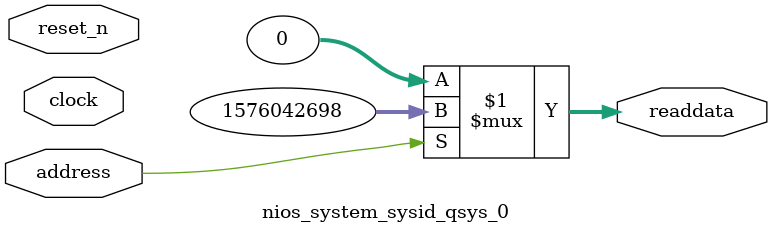
<source format=v>



// synthesis translate_off
`timescale 1ns / 1ps
// synthesis translate_on

// turn off superfluous verilog processor warnings 
// altera message_level Level1 
// altera message_off 10034 10035 10036 10037 10230 10240 10030 

module nios_system_sysid_qsys_0 (
               // inputs:
                address,
                clock,
                reset_n,

               // outputs:
                readdata
             )
;

  output  [ 31: 0] readdata;
  input            address;
  input            clock;
  input            reset_n;

  wire    [ 31: 0] readdata;
  //control_slave, which is an e_avalon_slave
  assign readdata = address ? 1576042698 : 0;

endmodule



</source>
